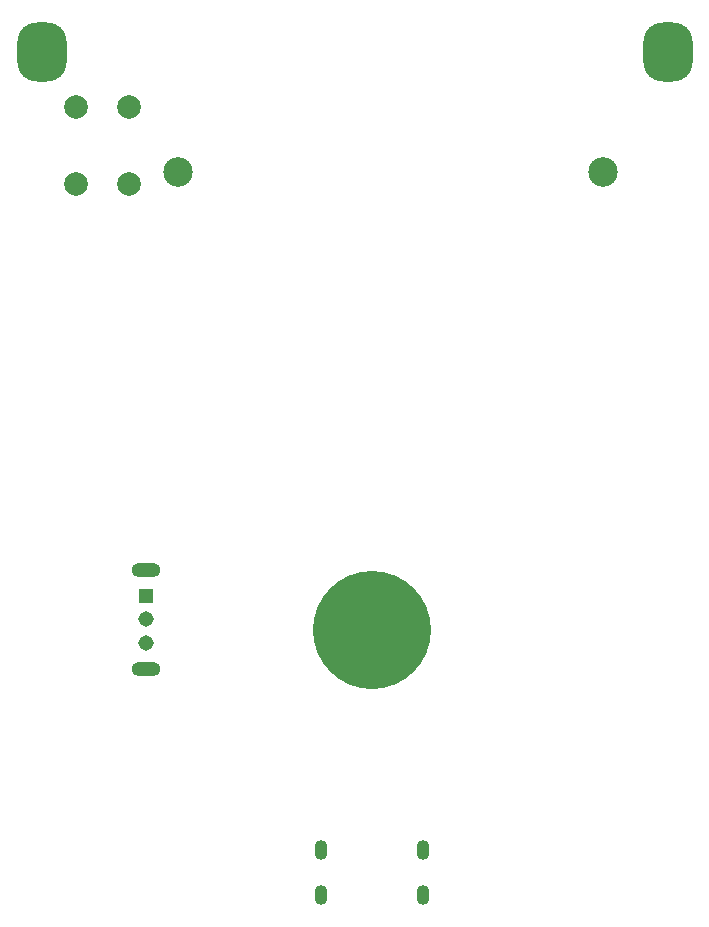
<source format=gbr>
%TF.GenerationSoftware,KiCad,Pcbnew,(6.0.7)*%
%TF.CreationDate,2023-03-26T23:22:16+08:00*%
%TF.ProjectId,sx70battery,73783730-6261-4747-9465-72792e6b6963,rev?*%
%TF.SameCoordinates,Original*%
%TF.FileFunction,Soldermask,Bot*%
%TF.FilePolarity,Negative*%
%FSLAX46Y46*%
G04 Gerber Fmt 4.6, Leading zero omitted, Abs format (unit mm)*
G04 Created by KiCad (PCBNEW (6.0.7)) date 2023-03-26 23:22:16*
%MOMM*%
%LPD*%
G01*
G04 APERTURE LIST*
G04 Aperture macros list*
%AMRoundRect*
0 Rectangle with rounded corners*
0 $1 Rounding radius*
0 $2 $3 $4 $5 $6 $7 $8 $9 X,Y pos of 4 corners*
0 Add a 4 corners polygon primitive as box body*
4,1,4,$2,$3,$4,$5,$6,$7,$8,$9,$2,$3,0*
0 Add four circle primitives for the rounded corners*
1,1,$1+$1,$2,$3*
1,1,$1+$1,$4,$5*
1,1,$1+$1,$6,$7*
1,1,$1+$1,$8,$9*
0 Add four rect primitives between the rounded corners*
20,1,$1+$1,$2,$3,$4,$5,0*
20,1,$1+$1,$4,$5,$6,$7,0*
20,1,$1+$1,$6,$7,$8,$9,0*
20,1,$1+$1,$8,$9,$2,$3,0*%
G04 Aperture macros list end*
%ADD10C,2.000000*%
%ADD11O,1.100000X1.700000*%
%ADD12RoundRect,1.680000X-0.420000X-0.820000X0.420000X-0.820000X0.420000X0.820000X-0.420000X0.820000X0*%
%ADD13C,2.500000*%
%ADD14R,1.308000X1.308000*%
%ADD15C,1.308000*%
%ADD16O,2.460000X1.230000*%
%ADD17C,10.000000*%
G04 APERTURE END LIST*
D10*
%TO.C,SW1*%
X124900000Y-62200000D03*
X124900000Y-55700000D03*
X129400000Y-62200000D03*
X129400000Y-55700000D03*
%TD*%
D11*
%TO.C,USB1*%
X145680000Y-122400000D03*
X154320000Y-122400000D03*
X145680000Y-118600000D03*
X154320000Y-118600000D03*
%TD*%
D12*
%TO.C,Bolt2*%
X175000000Y-51000000D03*
%TD*%
D13*
%TO.C,Sx70_Pogopin1*%
X133500000Y-61200000D03*
X169500000Y-61200000D03*
%TD*%
D14*
%TO.C,S1*%
X130810000Y-97060000D03*
D15*
X130810000Y-99060000D03*
X130810000Y-101060000D03*
D16*
X130810000Y-94860000D03*
X130810000Y-103260000D03*
%TD*%
D17*
%TO.C,Hole1*%
X150000000Y-100000000D03*
%TD*%
D12*
%TO.C,Bolt1*%
X122000000Y-51000000D03*
%TD*%
M02*

</source>
